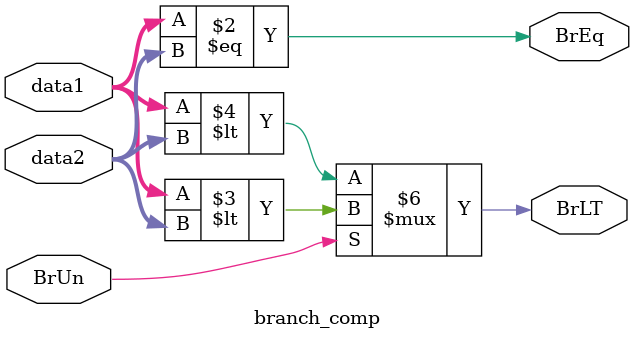
<source format=v>
module branch_comp (data1, data2, BrUn, BrLT, BrEq);
    input [31:0] data1;  
    input [31:0] data2;  
    input BrUn;  
    output reg BrLT;         
    output reg BrEq;        


  always @(*) begin
        // Compare equality
        BrEq = (data1 == data2);

        // Compare less than
        if (BrUn) begin
            // Unsigned comparison
            BrLT = (data1 < data2);  // Unsigned comparison
        end else begin
            // Signed comparison
            BrLT = ($signed(data1) < $signed(data2));  // Signed comparison
        end
    end
endmodule


</source>
